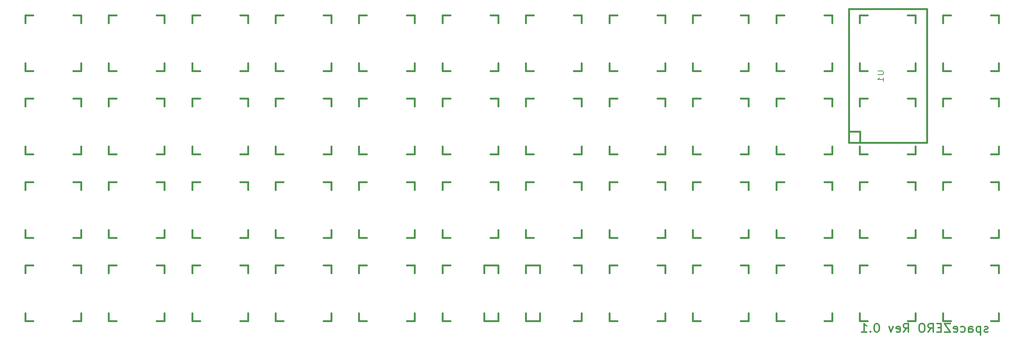
<source format=gbo>
G04 #@! TF.GenerationSoftware,KiCad,Pcbnew,(5.0.2-5-10.14)*
G04 #@! TF.CreationDate,2019-03-11T11:17:44+02:00*
G04 #@! TF.ProjectId,1_proto,315f7072-6f74-46f2-9e6b-696361645f70,rev?*
G04 #@! TF.SameCoordinates,Original*
G04 #@! TF.FileFunction,Legend,Bot*
G04 #@! TF.FilePolarity,Positive*
%FSLAX46Y46*%
G04 Gerber Fmt 4.6, Leading zero omitted, Abs format (unit mm)*
G04 Created by KiCad (PCBNEW (5.0.2-5-10.14)) date Monday, March 11, 2019 at 11:17:44 AM*
%MOMM*%
%LPD*%
G01*
G04 APERTURE LIST*
%ADD10C,0.300000*%
%ADD11C,0.381000*%
%ADD12C,0.203200*%
G04 APERTURE END LIST*
D10*
X255880952Y-147309523D02*
X255690476Y-147404761D01*
X255309523Y-147404761D01*
X255119047Y-147309523D01*
X255023809Y-147119047D01*
X255023809Y-147023809D01*
X255119047Y-146833333D01*
X255309523Y-146738095D01*
X255595238Y-146738095D01*
X255785714Y-146642857D01*
X255880952Y-146452380D01*
X255880952Y-146357142D01*
X255785714Y-146166666D01*
X255595238Y-146071428D01*
X255309523Y-146071428D01*
X255119047Y-146166666D01*
X254166666Y-146071428D02*
X254166666Y-148071428D01*
X254166666Y-146166666D02*
X253976190Y-146071428D01*
X253595238Y-146071428D01*
X253404761Y-146166666D01*
X253309523Y-146261904D01*
X253214285Y-146452380D01*
X253214285Y-147023809D01*
X253309523Y-147214285D01*
X253404761Y-147309523D01*
X253595238Y-147404761D01*
X253976190Y-147404761D01*
X254166666Y-147309523D01*
X251500000Y-147404761D02*
X251500000Y-146357142D01*
X251595238Y-146166666D01*
X251785714Y-146071428D01*
X252166666Y-146071428D01*
X252357142Y-146166666D01*
X251500000Y-147309523D02*
X251690476Y-147404761D01*
X252166666Y-147404761D01*
X252357142Y-147309523D01*
X252452380Y-147119047D01*
X252452380Y-146928571D01*
X252357142Y-146738095D01*
X252166666Y-146642857D01*
X251690476Y-146642857D01*
X251500000Y-146547619D01*
X249690476Y-147309523D02*
X249880952Y-147404761D01*
X250261904Y-147404761D01*
X250452380Y-147309523D01*
X250547619Y-147214285D01*
X250642857Y-147023809D01*
X250642857Y-146452380D01*
X250547619Y-146261904D01*
X250452380Y-146166666D01*
X250261904Y-146071428D01*
X249880952Y-146071428D01*
X249690476Y-146166666D01*
X248071428Y-147309523D02*
X248261904Y-147404761D01*
X248642857Y-147404761D01*
X248833333Y-147309523D01*
X248928571Y-147119047D01*
X248928571Y-146357142D01*
X248833333Y-146166666D01*
X248642857Y-146071428D01*
X248261904Y-146071428D01*
X248071428Y-146166666D01*
X247976190Y-146357142D01*
X247976190Y-146547619D01*
X248928571Y-146738095D01*
X247309523Y-145404761D02*
X245976190Y-145404761D01*
X247309523Y-147404761D01*
X245976190Y-147404761D01*
X245214285Y-146357142D02*
X244547619Y-146357142D01*
X244261904Y-147404761D02*
X245214285Y-147404761D01*
X245214285Y-145404761D01*
X244261904Y-145404761D01*
X242261904Y-147404761D02*
X242928571Y-146452380D01*
X243404761Y-147404761D02*
X243404761Y-145404761D01*
X242642857Y-145404761D01*
X242452380Y-145500000D01*
X242357142Y-145595238D01*
X242261904Y-145785714D01*
X242261904Y-146071428D01*
X242357142Y-146261904D01*
X242452380Y-146357142D01*
X242642857Y-146452380D01*
X243404761Y-146452380D01*
X241023809Y-145404761D02*
X240642857Y-145404761D01*
X240452380Y-145500000D01*
X240261904Y-145690476D01*
X240166666Y-146071428D01*
X240166666Y-146738095D01*
X240261904Y-147119047D01*
X240452380Y-147309523D01*
X240642857Y-147404761D01*
X241023809Y-147404761D01*
X241214285Y-147309523D01*
X241404761Y-147119047D01*
X241500000Y-146738095D01*
X241500000Y-146071428D01*
X241404761Y-145690476D01*
X241214285Y-145500000D01*
X241023809Y-145404761D01*
X236642857Y-147404761D02*
X237309523Y-146452380D01*
X237785714Y-147404761D02*
X237785714Y-145404761D01*
X237023809Y-145404761D01*
X236833333Y-145500000D01*
X236738095Y-145595238D01*
X236642857Y-145785714D01*
X236642857Y-146071428D01*
X236738095Y-146261904D01*
X236833333Y-146357142D01*
X237023809Y-146452380D01*
X237785714Y-146452380D01*
X235023809Y-147309523D02*
X235214285Y-147404761D01*
X235595238Y-147404761D01*
X235785714Y-147309523D01*
X235880952Y-147119047D01*
X235880952Y-146357142D01*
X235785714Y-146166666D01*
X235595238Y-146071428D01*
X235214285Y-146071428D01*
X235023809Y-146166666D01*
X234928571Y-146357142D01*
X234928571Y-146547619D01*
X235880952Y-146738095D01*
X234261904Y-146071428D02*
X233785714Y-147404761D01*
X233309523Y-146071428D01*
X230642857Y-145404761D02*
X230452380Y-145404761D01*
X230261904Y-145500000D01*
X230166666Y-145595238D01*
X230071428Y-145785714D01*
X229976190Y-146166666D01*
X229976190Y-146642857D01*
X230071428Y-147023809D01*
X230166666Y-147214285D01*
X230261904Y-147309523D01*
X230452380Y-147404761D01*
X230642857Y-147404761D01*
X230833333Y-147309523D01*
X230928571Y-147214285D01*
X231023809Y-147023809D01*
X231119047Y-146642857D01*
X231119047Y-146166666D01*
X231023809Y-145785714D01*
X230928571Y-145595238D01*
X230833333Y-145500000D01*
X230642857Y-145404761D01*
X229119047Y-147214285D02*
X229023809Y-147309523D01*
X229119047Y-147404761D01*
X229214285Y-147309523D01*
X229119047Y-147214285D01*
X229119047Y-147404761D01*
X227119047Y-147404761D02*
X228261904Y-147404761D01*
X227690476Y-147404761D02*
X227690476Y-145404761D01*
X227880952Y-145690476D01*
X228071428Y-145880952D01*
X228261904Y-145976190D01*
D11*
G04 #@! TO.C,K28*
X144350000Y-133928000D02*
X144350000Y-132150000D01*
X144350000Y-144850000D02*
X144350000Y-143072000D01*
X142572000Y-144850000D02*
X144350000Y-144850000D01*
X131650000Y-144850000D02*
X133428000Y-144850000D01*
X131650000Y-143072000D02*
X131650000Y-144850000D01*
X131650000Y-132150000D02*
X131650000Y-133928000D01*
X133428000Y-132150000D02*
X131650000Y-132150000D01*
X144350000Y-132150000D02*
X142572000Y-132150000D01*
G04 #@! TO.C,K24*
X163350000Y-132150000D02*
X161572000Y-132150000D01*
X152428000Y-132150000D02*
X150650000Y-132150000D01*
X150650000Y-132150000D02*
X150650000Y-133928000D01*
X150650000Y-143072000D02*
X150650000Y-144850000D01*
X150650000Y-144850000D02*
X152428000Y-144850000D01*
X161572000Y-144850000D02*
X163350000Y-144850000D01*
X163350000Y-144850000D02*
X163350000Y-143072000D01*
X163350000Y-133928000D02*
X163350000Y-132150000D01*
G04 #@! TO.C,K24-A1*
X153850000Y-133928000D02*
X153850000Y-132150000D01*
X153850000Y-144850000D02*
X153850000Y-143072000D01*
X152072000Y-144850000D02*
X153850000Y-144850000D01*
X141150000Y-144850000D02*
X142928000Y-144850000D01*
X141150000Y-143072000D02*
X141150000Y-144850000D01*
X141150000Y-132150000D02*
X141150000Y-133928000D01*
X142928000Y-132150000D02*
X141150000Y-132150000D01*
X153850000Y-132150000D02*
X152072000Y-132150000D01*
G04 #@! TO.C,K10*
X220350000Y-94150000D02*
X218572000Y-94150000D01*
X209428000Y-94150000D02*
X207650000Y-94150000D01*
X207650000Y-94150000D02*
X207650000Y-95928000D01*
X207650000Y-105072000D02*
X207650000Y-106850000D01*
X207650000Y-106850000D02*
X209428000Y-106850000D01*
X218572000Y-106850000D02*
X220350000Y-106850000D01*
X220350000Y-106850000D02*
X220350000Y-105072000D01*
X220350000Y-95928000D02*
X220350000Y-94150000D01*
G04 #@! TO.C,K11*
X220350000Y-113150000D02*
X218572000Y-113150000D01*
X209428000Y-113150000D02*
X207650000Y-113150000D01*
X207650000Y-113150000D02*
X207650000Y-114928000D01*
X207650000Y-124072000D02*
X207650000Y-125850000D01*
X207650000Y-125850000D02*
X209428000Y-125850000D01*
X218572000Y-125850000D02*
X220350000Y-125850000D01*
X220350000Y-125850000D02*
X220350000Y-124072000D01*
X220350000Y-114928000D02*
X220350000Y-113150000D01*
G04 #@! TO.C,K12*
X220350000Y-132150000D02*
X218572000Y-132150000D01*
X209428000Y-132150000D02*
X207650000Y-132150000D01*
X207650000Y-132150000D02*
X207650000Y-133928000D01*
X207650000Y-143072000D02*
X207650000Y-144850000D01*
X207650000Y-144850000D02*
X209428000Y-144850000D01*
X218572000Y-144850000D02*
X220350000Y-144850000D01*
X220350000Y-144850000D02*
X220350000Y-143072000D01*
X220350000Y-133928000D02*
X220350000Y-132150000D01*
G04 #@! TO.C,K13*
X201350000Y-75150000D02*
X199572000Y-75150000D01*
X190428000Y-75150000D02*
X188650000Y-75150000D01*
X188650000Y-75150000D02*
X188650000Y-76928000D01*
X188650000Y-86072000D02*
X188650000Y-87850000D01*
X188650000Y-87850000D02*
X190428000Y-87850000D01*
X199572000Y-87850000D02*
X201350000Y-87850000D01*
X201350000Y-87850000D02*
X201350000Y-86072000D01*
X201350000Y-76928000D02*
X201350000Y-75150000D01*
G04 #@! TO.C,K14*
X201350000Y-94150000D02*
X199572000Y-94150000D01*
X190428000Y-94150000D02*
X188650000Y-94150000D01*
X188650000Y-94150000D02*
X188650000Y-95928000D01*
X188650000Y-105072000D02*
X188650000Y-106850000D01*
X188650000Y-106850000D02*
X190428000Y-106850000D01*
X199572000Y-106850000D02*
X201350000Y-106850000D01*
X201350000Y-106850000D02*
X201350000Y-105072000D01*
X201350000Y-95928000D02*
X201350000Y-94150000D01*
G04 #@! TO.C,K15*
X201350000Y-113150000D02*
X199572000Y-113150000D01*
X190428000Y-113150000D02*
X188650000Y-113150000D01*
X188650000Y-113150000D02*
X188650000Y-114928000D01*
X188650000Y-124072000D02*
X188650000Y-125850000D01*
X188650000Y-125850000D02*
X190428000Y-125850000D01*
X199572000Y-125850000D02*
X201350000Y-125850000D01*
X201350000Y-125850000D02*
X201350000Y-124072000D01*
X201350000Y-114928000D02*
X201350000Y-113150000D01*
G04 #@! TO.C,K16*
X201350000Y-132150000D02*
X199572000Y-132150000D01*
X190428000Y-132150000D02*
X188650000Y-132150000D01*
X188650000Y-132150000D02*
X188650000Y-133928000D01*
X188650000Y-143072000D02*
X188650000Y-144850000D01*
X188650000Y-144850000D02*
X190428000Y-144850000D01*
X199572000Y-144850000D02*
X201350000Y-144850000D01*
X201350000Y-144850000D02*
X201350000Y-143072000D01*
X201350000Y-133928000D02*
X201350000Y-132150000D01*
G04 #@! TO.C,K17*
X182350000Y-75150000D02*
X180572000Y-75150000D01*
X171428000Y-75150000D02*
X169650000Y-75150000D01*
X169650000Y-75150000D02*
X169650000Y-76928000D01*
X169650000Y-86072000D02*
X169650000Y-87850000D01*
X169650000Y-87850000D02*
X171428000Y-87850000D01*
X180572000Y-87850000D02*
X182350000Y-87850000D01*
X182350000Y-87850000D02*
X182350000Y-86072000D01*
X182350000Y-76928000D02*
X182350000Y-75150000D01*
G04 #@! TO.C,K18*
X182350000Y-94150000D02*
X180572000Y-94150000D01*
X171428000Y-94150000D02*
X169650000Y-94150000D01*
X169650000Y-94150000D02*
X169650000Y-95928000D01*
X169650000Y-105072000D02*
X169650000Y-106850000D01*
X169650000Y-106850000D02*
X171428000Y-106850000D01*
X180572000Y-106850000D02*
X182350000Y-106850000D01*
X182350000Y-106850000D02*
X182350000Y-105072000D01*
X182350000Y-95928000D02*
X182350000Y-94150000D01*
G04 #@! TO.C,K19*
X182350000Y-113150000D02*
X180572000Y-113150000D01*
X171428000Y-113150000D02*
X169650000Y-113150000D01*
X169650000Y-113150000D02*
X169650000Y-114928000D01*
X169650000Y-124072000D02*
X169650000Y-125850000D01*
X169650000Y-125850000D02*
X171428000Y-125850000D01*
X180572000Y-125850000D02*
X182350000Y-125850000D01*
X182350000Y-125850000D02*
X182350000Y-124072000D01*
X182350000Y-114928000D02*
X182350000Y-113150000D01*
G04 #@! TO.C,K20*
X182350000Y-132150000D02*
X180572000Y-132150000D01*
X171428000Y-132150000D02*
X169650000Y-132150000D01*
X169650000Y-132150000D02*
X169650000Y-133928000D01*
X169650000Y-143072000D02*
X169650000Y-144850000D01*
X169650000Y-144850000D02*
X171428000Y-144850000D01*
X180572000Y-144850000D02*
X182350000Y-144850000D01*
X182350000Y-144850000D02*
X182350000Y-143072000D01*
X182350000Y-133928000D02*
X182350000Y-132150000D01*
G04 #@! TO.C,K21*
X163350000Y-75150000D02*
X161572000Y-75150000D01*
X152428000Y-75150000D02*
X150650000Y-75150000D01*
X150650000Y-75150000D02*
X150650000Y-76928000D01*
X150650000Y-86072000D02*
X150650000Y-87850000D01*
X150650000Y-87850000D02*
X152428000Y-87850000D01*
X161572000Y-87850000D02*
X163350000Y-87850000D01*
X163350000Y-87850000D02*
X163350000Y-86072000D01*
X163350000Y-76928000D02*
X163350000Y-75150000D01*
G04 #@! TO.C,K22*
X163350000Y-94150000D02*
X161572000Y-94150000D01*
X152428000Y-94150000D02*
X150650000Y-94150000D01*
X150650000Y-94150000D02*
X150650000Y-95928000D01*
X150650000Y-105072000D02*
X150650000Y-106850000D01*
X150650000Y-106850000D02*
X152428000Y-106850000D01*
X161572000Y-106850000D02*
X163350000Y-106850000D01*
X163350000Y-106850000D02*
X163350000Y-105072000D01*
X163350000Y-95928000D02*
X163350000Y-94150000D01*
G04 #@! TO.C,K23*
X163350000Y-113150000D02*
X161572000Y-113150000D01*
X152428000Y-113150000D02*
X150650000Y-113150000D01*
X150650000Y-113150000D02*
X150650000Y-114928000D01*
X150650000Y-124072000D02*
X150650000Y-125850000D01*
X150650000Y-125850000D02*
X152428000Y-125850000D01*
X161572000Y-125850000D02*
X163350000Y-125850000D01*
X163350000Y-125850000D02*
X163350000Y-124072000D01*
X163350000Y-114928000D02*
X163350000Y-113150000D01*
G04 #@! TO.C,K25*
X144350000Y-76928000D02*
X144350000Y-75150000D01*
X144350000Y-87850000D02*
X144350000Y-86072000D01*
X142572000Y-87850000D02*
X144350000Y-87850000D01*
X131650000Y-87850000D02*
X133428000Y-87850000D01*
X131650000Y-86072000D02*
X131650000Y-87850000D01*
X131650000Y-75150000D02*
X131650000Y-76928000D01*
X133428000Y-75150000D02*
X131650000Y-75150000D01*
X144350000Y-75150000D02*
X142572000Y-75150000D01*
G04 #@! TO.C,K26*
X144350000Y-95928000D02*
X144350000Y-94150000D01*
X144350000Y-106850000D02*
X144350000Y-105072000D01*
X142572000Y-106850000D02*
X144350000Y-106850000D01*
X131650000Y-106850000D02*
X133428000Y-106850000D01*
X131650000Y-105072000D02*
X131650000Y-106850000D01*
X131650000Y-94150000D02*
X131650000Y-95928000D01*
X133428000Y-94150000D02*
X131650000Y-94150000D01*
X144350000Y-94150000D02*
X142572000Y-94150000D01*
G04 #@! TO.C,K27*
X144350000Y-114928000D02*
X144350000Y-113150000D01*
X144350000Y-125850000D02*
X144350000Y-124072000D01*
X142572000Y-125850000D02*
X144350000Y-125850000D01*
X131650000Y-125850000D02*
X133428000Y-125850000D01*
X131650000Y-124072000D02*
X131650000Y-125850000D01*
X131650000Y-113150000D02*
X131650000Y-114928000D01*
X133428000Y-113150000D02*
X131650000Y-113150000D01*
X144350000Y-113150000D02*
X142572000Y-113150000D01*
G04 #@! TO.C,K29*
X125350000Y-76928000D02*
X125350000Y-75150000D01*
X125350000Y-87850000D02*
X125350000Y-86072000D01*
X123572000Y-87850000D02*
X125350000Y-87850000D01*
X112650000Y-87850000D02*
X114428000Y-87850000D01*
X112650000Y-86072000D02*
X112650000Y-87850000D01*
X112650000Y-75150000D02*
X112650000Y-76928000D01*
X114428000Y-75150000D02*
X112650000Y-75150000D01*
X125350000Y-75150000D02*
X123572000Y-75150000D01*
G04 #@! TO.C,K30*
X125350000Y-95928000D02*
X125350000Y-94150000D01*
X125350000Y-106850000D02*
X125350000Y-105072000D01*
X123572000Y-106850000D02*
X125350000Y-106850000D01*
X112650000Y-106850000D02*
X114428000Y-106850000D01*
X112650000Y-105072000D02*
X112650000Y-106850000D01*
X112650000Y-94150000D02*
X112650000Y-95928000D01*
X114428000Y-94150000D02*
X112650000Y-94150000D01*
X125350000Y-94150000D02*
X123572000Y-94150000D01*
G04 #@! TO.C,K31*
X125350000Y-114928000D02*
X125350000Y-113150000D01*
X125350000Y-125850000D02*
X125350000Y-124072000D01*
X123572000Y-125850000D02*
X125350000Y-125850000D01*
X112650000Y-125850000D02*
X114428000Y-125850000D01*
X112650000Y-124072000D02*
X112650000Y-125850000D01*
X112650000Y-113150000D02*
X112650000Y-114928000D01*
X114428000Y-113150000D02*
X112650000Y-113150000D01*
X125350000Y-113150000D02*
X123572000Y-113150000D01*
G04 #@! TO.C,K32*
X125350000Y-133928000D02*
X125350000Y-132150000D01*
X125350000Y-144850000D02*
X125350000Y-143072000D01*
X123572000Y-144850000D02*
X125350000Y-144850000D01*
X112650000Y-144850000D02*
X114428000Y-144850000D01*
X112650000Y-143072000D02*
X112650000Y-144850000D01*
X112650000Y-132150000D02*
X112650000Y-133928000D01*
X114428000Y-132150000D02*
X112650000Y-132150000D01*
X125350000Y-132150000D02*
X123572000Y-132150000D01*
G04 #@! TO.C,K33*
X106350000Y-76928000D02*
X106350000Y-75150000D01*
X106350000Y-87850000D02*
X106350000Y-86072000D01*
X104572000Y-87850000D02*
X106350000Y-87850000D01*
X93650000Y-87850000D02*
X95428000Y-87850000D01*
X93650000Y-86072000D02*
X93650000Y-87850000D01*
X93650000Y-75150000D02*
X93650000Y-76928000D01*
X95428000Y-75150000D02*
X93650000Y-75150000D01*
X106350000Y-75150000D02*
X104572000Y-75150000D01*
G04 #@! TO.C,K34*
X106350000Y-95928000D02*
X106350000Y-94150000D01*
X106350000Y-106850000D02*
X106350000Y-105072000D01*
X104572000Y-106850000D02*
X106350000Y-106850000D01*
X93650000Y-106850000D02*
X95428000Y-106850000D01*
X93650000Y-105072000D02*
X93650000Y-106850000D01*
X93650000Y-94150000D02*
X93650000Y-95928000D01*
X95428000Y-94150000D02*
X93650000Y-94150000D01*
X106350000Y-94150000D02*
X104572000Y-94150000D01*
G04 #@! TO.C,K35*
X106350000Y-114928000D02*
X106350000Y-113150000D01*
X106350000Y-125850000D02*
X106350000Y-124072000D01*
X104572000Y-125850000D02*
X106350000Y-125850000D01*
X93650000Y-125850000D02*
X95428000Y-125850000D01*
X93650000Y-124072000D02*
X93650000Y-125850000D01*
X93650000Y-113150000D02*
X93650000Y-114928000D01*
X95428000Y-113150000D02*
X93650000Y-113150000D01*
X106350000Y-113150000D02*
X104572000Y-113150000D01*
G04 #@! TO.C,K36*
X106350000Y-133928000D02*
X106350000Y-132150000D01*
X106350000Y-144850000D02*
X106350000Y-143072000D01*
X104572000Y-144850000D02*
X106350000Y-144850000D01*
X93650000Y-144850000D02*
X95428000Y-144850000D01*
X93650000Y-143072000D02*
X93650000Y-144850000D01*
X93650000Y-132150000D02*
X93650000Y-133928000D01*
X95428000Y-132150000D02*
X93650000Y-132150000D01*
X106350000Y-132150000D02*
X104572000Y-132150000D01*
G04 #@! TO.C,K37*
X87350000Y-76928000D02*
X87350000Y-75150000D01*
X87350000Y-87850000D02*
X87350000Y-86072000D01*
X85572000Y-87850000D02*
X87350000Y-87850000D01*
X74650000Y-87850000D02*
X76428000Y-87850000D01*
X74650000Y-86072000D02*
X74650000Y-87850000D01*
X74650000Y-75150000D02*
X74650000Y-76928000D01*
X76428000Y-75150000D02*
X74650000Y-75150000D01*
X87350000Y-75150000D02*
X85572000Y-75150000D01*
G04 #@! TO.C,K38*
X87350000Y-95928000D02*
X87350000Y-94150000D01*
X87350000Y-106850000D02*
X87350000Y-105072000D01*
X85572000Y-106850000D02*
X87350000Y-106850000D01*
X74650000Y-106850000D02*
X76428000Y-106850000D01*
X74650000Y-105072000D02*
X74650000Y-106850000D01*
X74650000Y-94150000D02*
X74650000Y-95928000D01*
X76428000Y-94150000D02*
X74650000Y-94150000D01*
X87350000Y-94150000D02*
X85572000Y-94150000D01*
G04 #@! TO.C,K39*
X87350000Y-114928000D02*
X87350000Y-113150000D01*
X87350000Y-125850000D02*
X87350000Y-124072000D01*
X85572000Y-125850000D02*
X87350000Y-125850000D01*
X74650000Y-125850000D02*
X76428000Y-125850000D01*
X74650000Y-124072000D02*
X74650000Y-125850000D01*
X74650000Y-113150000D02*
X74650000Y-114928000D01*
X76428000Y-113150000D02*
X74650000Y-113150000D01*
X87350000Y-113150000D02*
X85572000Y-113150000D01*
G04 #@! TO.C,K40*
X87350000Y-133928000D02*
X87350000Y-132150000D01*
X87350000Y-144850000D02*
X87350000Y-143072000D01*
X85572000Y-144850000D02*
X87350000Y-144850000D01*
X74650000Y-144850000D02*
X76428000Y-144850000D01*
X74650000Y-143072000D02*
X74650000Y-144850000D01*
X74650000Y-132150000D02*
X74650000Y-133928000D01*
X76428000Y-132150000D02*
X74650000Y-132150000D01*
X87350000Y-132150000D02*
X85572000Y-132150000D01*
G04 #@! TO.C,K41*
X68350000Y-76928000D02*
X68350000Y-75150000D01*
X68350000Y-87850000D02*
X68350000Y-86072000D01*
X66572000Y-87850000D02*
X68350000Y-87850000D01*
X55650000Y-87850000D02*
X57428000Y-87850000D01*
X55650000Y-86072000D02*
X55650000Y-87850000D01*
X55650000Y-75150000D02*
X55650000Y-76928000D01*
X57428000Y-75150000D02*
X55650000Y-75150000D01*
X68350000Y-75150000D02*
X66572000Y-75150000D01*
G04 #@! TO.C,K42*
X68350000Y-95928000D02*
X68350000Y-94150000D01*
X68350000Y-106850000D02*
X68350000Y-105072000D01*
X66572000Y-106850000D02*
X68350000Y-106850000D01*
X55650000Y-106850000D02*
X57428000Y-106850000D01*
X55650000Y-105072000D02*
X55650000Y-106850000D01*
X55650000Y-94150000D02*
X55650000Y-95928000D01*
X57428000Y-94150000D02*
X55650000Y-94150000D01*
X68350000Y-94150000D02*
X66572000Y-94150000D01*
G04 #@! TO.C,K43*
X68350000Y-114928000D02*
X68350000Y-113150000D01*
X68350000Y-125850000D02*
X68350000Y-124072000D01*
X66572000Y-125850000D02*
X68350000Y-125850000D01*
X55650000Y-125850000D02*
X57428000Y-125850000D01*
X55650000Y-124072000D02*
X55650000Y-125850000D01*
X55650000Y-113150000D02*
X55650000Y-114928000D01*
X57428000Y-113150000D02*
X55650000Y-113150000D01*
X68350000Y-113150000D02*
X66572000Y-113150000D01*
G04 #@! TO.C,K44*
X68350000Y-133928000D02*
X68350000Y-132150000D01*
X68350000Y-144850000D02*
X68350000Y-143072000D01*
X66572000Y-144850000D02*
X68350000Y-144850000D01*
X55650000Y-144850000D02*
X57428000Y-144850000D01*
X55650000Y-143072000D02*
X55650000Y-144850000D01*
X55650000Y-132150000D02*
X55650000Y-133928000D01*
X57428000Y-132150000D02*
X55650000Y-132150000D01*
X68350000Y-132150000D02*
X66572000Y-132150000D01*
G04 #@! TO.C,K45*
X49350000Y-76928000D02*
X49350000Y-75150000D01*
X49350000Y-87850000D02*
X49350000Y-86072000D01*
X47572000Y-87850000D02*
X49350000Y-87850000D01*
X36650000Y-87850000D02*
X38428000Y-87850000D01*
X36650000Y-86072000D02*
X36650000Y-87850000D01*
X36650000Y-75150000D02*
X36650000Y-76928000D01*
X38428000Y-75150000D02*
X36650000Y-75150000D01*
X49350000Y-75150000D02*
X47572000Y-75150000D01*
G04 #@! TO.C,K46*
X49350000Y-95928000D02*
X49350000Y-94150000D01*
X49350000Y-106850000D02*
X49350000Y-105072000D01*
X47572000Y-106850000D02*
X49350000Y-106850000D01*
X36650000Y-106850000D02*
X38428000Y-106850000D01*
X36650000Y-105072000D02*
X36650000Y-106850000D01*
X36650000Y-94150000D02*
X36650000Y-95928000D01*
X38428000Y-94150000D02*
X36650000Y-94150000D01*
X49350000Y-94150000D02*
X47572000Y-94150000D01*
G04 #@! TO.C,K47*
X49350000Y-114928000D02*
X49350000Y-113150000D01*
X49350000Y-125850000D02*
X49350000Y-124072000D01*
X47572000Y-125850000D02*
X49350000Y-125850000D01*
X36650000Y-125850000D02*
X38428000Y-125850000D01*
X36650000Y-124072000D02*
X36650000Y-125850000D01*
X36650000Y-113150000D02*
X36650000Y-114928000D01*
X38428000Y-113150000D02*
X36650000Y-113150000D01*
X49350000Y-113150000D02*
X47572000Y-113150000D01*
G04 #@! TO.C,K48*
X49350000Y-133928000D02*
X49350000Y-132150000D01*
X49350000Y-144850000D02*
X49350000Y-143072000D01*
X47572000Y-144850000D02*
X49350000Y-144850000D01*
X36650000Y-144850000D02*
X38428000Y-144850000D01*
X36650000Y-143072000D02*
X36650000Y-144850000D01*
X36650000Y-132150000D02*
X36650000Y-133928000D01*
X38428000Y-132150000D02*
X36650000Y-132150000D01*
X49350000Y-132150000D02*
X47572000Y-132150000D01*
G04 #@! TO.C,U1*
X242010000Y-104240000D02*
X224230000Y-104240000D01*
X224230000Y-104240000D02*
X224230000Y-73760000D01*
X224230000Y-73760000D02*
X242010000Y-73760000D01*
X242010000Y-73760000D02*
X242010000Y-104240000D01*
X226770000Y-104240000D02*
X226770000Y-101700000D01*
X226770000Y-101700000D02*
X224230000Y-101700000D01*
G04 #@! TO.C,K1*
X258350000Y-75150000D02*
X256572000Y-75150000D01*
X247428000Y-75150000D02*
X245650000Y-75150000D01*
X245650000Y-75150000D02*
X245650000Y-76928000D01*
X245650000Y-86072000D02*
X245650000Y-87850000D01*
X245650000Y-87850000D02*
X247428000Y-87850000D01*
X256572000Y-87850000D02*
X258350000Y-87850000D01*
X258350000Y-87850000D02*
X258350000Y-86072000D01*
X258350000Y-76928000D02*
X258350000Y-75150000D01*
G04 #@! TO.C,K2*
X258350000Y-94150000D02*
X256572000Y-94150000D01*
X247428000Y-94150000D02*
X245650000Y-94150000D01*
X245650000Y-94150000D02*
X245650000Y-95928000D01*
X245650000Y-105072000D02*
X245650000Y-106850000D01*
X245650000Y-106850000D02*
X247428000Y-106850000D01*
X256572000Y-106850000D02*
X258350000Y-106850000D01*
X258350000Y-106850000D02*
X258350000Y-105072000D01*
X258350000Y-95928000D02*
X258350000Y-94150000D01*
G04 #@! TO.C,K3*
X258350000Y-113150000D02*
X256572000Y-113150000D01*
X247428000Y-113150000D02*
X245650000Y-113150000D01*
X245650000Y-113150000D02*
X245650000Y-114928000D01*
X245650000Y-124072000D02*
X245650000Y-125850000D01*
X245650000Y-125850000D02*
X247428000Y-125850000D01*
X256572000Y-125850000D02*
X258350000Y-125850000D01*
X258350000Y-125850000D02*
X258350000Y-124072000D01*
X258350000Y-114928000D02*
X258350000Y-113150000D01*
G04 #@! TO.C,K4*
X258350000Y-132150000D02*
X256572000Y-132150000D01*
X247428000Y-132150000D02*
X245650000Y-132150000D01*
X245650000Y-132150000D02*
X245650000Y-133928000D01*
X245650000Y-143072000D02*
X245650000Y-144850000D01*
X245650000Y-144850000D02*
X247428000Y-144850000D01*
X256572000Y-144850000D02*
X258350000Y-144850000D01*
X258350000Y-144850000D02*
X258350000Y-143072000D01*
X258350000Y-133928000D02*
X258350000Y-132150000D01*
G04 #@! TO.C,K5*
X239350000Y-75150000D02*
X237572000Y-75150000D01*
X228428000Y-75150000D02*
X226650000Y-75150000D01*
X226650000Y-75150000D02*
X226650000Y-76928000D01*
X226650000Y-86072000D02*
X226650000Y-87850000D01*
X226650000Y-87850000D02*
X228428000Y-87850000D01*
X237572000Y-87850000D02*
X239350000Y-87850000D01*
X239350000Y-87850000D02*
X239350000Y-86072000D01*
X239350000Y-76928000D02*
X239350000Y-75150000D01*
G04 #@! TO.C,K6*
X239350000Y-94150000D02*
X237572000Y-94150000D01*
X228428000Y-94150000D02*
X226650000Y-94150000D01*
X226650000Y-94150000D02*
X226650000Y-95928000D01*
X226650000Y-105072000D02*
X226650000Y-106850000D01*
X226650000Y-106850000D02*
X228428000Y-106850000D01*
X237572000Y-106850000D02*
X239350000Y-106850000D01*
X239350000Y-106850000D02*
X239350000Y-105072000D01*
X239350000Y-95928000D02*
X239350000Y-94150000D01*
G04 #@! TO.C,K7*
X239350000Y-113150000D02*
X237572000Y-113150000D01*
X228428000Y-113150000D02*
X226650000Y-113150000D01*
X226650000Y-113150000D02*
X226650000Y-114928000D01*
X226650000Y-124072000D02*
X226650000Y-125850000D01*
X226650000Y-125850000D02*
X228428000Y-125850000D01*
X237572000Y-125850000D02*
X239350000Y-125850000D01*
X239350000Y-125850000D02*
X239350000Y-124072000D01*
X239350000Y-114928000D02*
X239350000Y-113150000D01*
G04 #@! TO.C,K8*
X239350000Y-132150000D02*
X237572000Y-132150000D01*
X228428000Y-132150000D02*
X226650000Y-132150000D01*
X226650000Y-132150000D02*
X226650000Y-133928000D01*
X226650000Y-143072000D02*
X226650000Y-144850000D01*
X226650000Y-144850000D02*
X228428000Y-144850000D01*
X237572000Y-144850000D02*
X239350000Y-144850000D01*
X239350000Y-144850000D02*
X239350000Y-143072000D01*
X239350000Y-133928000D02*
X239350000Y-132150000D01*
G04 #@! TO.C,K9*
X220350000Y-75150000D02*
X218572000Y-75150000D01*
X209428000Y-75150000D02*
X207650000Y-75150000D01*
X207650000Y-75150000D02*
X207650000Y-76928000D01*
X207650000Y-86072000D02*
X207650000Y-87850000D01*
X207650000Y-87850000D02*
X209428000Y-87850000D01*
X218572000Y-87850000D02*
X220350000Y-87850000D01*
X220350000Y-87850000D02*
X220350000Y-86072000D01*
X220350000Y-76928000D02*
X220350000Y-75150000D01*
G04 #@! TO.C,U1*
D12*
X230799523Y-87838857D02*
X231827619Y-87838857D01*
X231948571Y-87911428D01*
X232009047Y-87984000D01*
X232069523Y-88129142D01*
X232069523Y-88419428D01*
X232009047Y-88564571D01*
X231948571Y-88637142D01*
X231827619Y-88709714D01*
X230799523Y-88709714D01*
X232069523Y-90233714D02*
X232069523Y-89362857D01*
X232069523Y-89798285D02*
X230799523Y-89798285D01*
X230980952Y-89653142D01*
X231101904Y-89508000D01*
X231162380Y-89362857D01*
G04 #@! TD*
M02*

</source>
